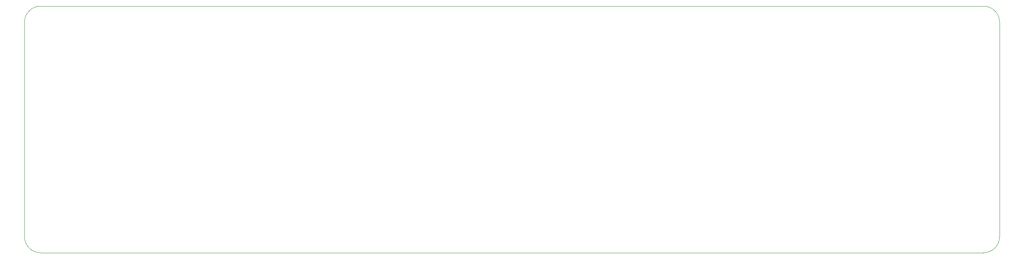
<source format=gbr>
%TF.GenerationSoftware,KiCad,Pcbnew,8.0.3*%
%TF.CreationDate,2024-07-12T14:04:41+12:00*%
%TF.ProjectId,nixie_board,6e697869-655f-4626-9f61-72642e6b6963,0.1.2*%
%TF.SameCoordinates,Original*%
%TF.FileFunction,Profile,NP*%
%FSLAX46Y46*%
G04 Gerber Fmt 4.6, Leading zero omitted, Abs format (unit mm)*
G04 Created by KiCad (PCBNEW 8.0.3) date 2024-07-12 14:04:41*
%MOMM*%
%LPD*%
G01*
G04 APERTURE LIST*
%TA.AperFunction,Profile*%
%ADD10C,0.050000*%
%TD*%
G04 APERTURE END LIST*
D10*
X46500000Y-65000000D02*
X46500000Y-112000000D01*
X256000000Y-61500000D02*
X50000000Y-61500000D01*
X50000000Y-115500000D02*
G75*
G02*
X46500000Y-112000000I0J3500000D01*
G01*
X259500000Y-112000000D02*
G75*
G02*
X256000000Y-115500000I-3500000J0D01*
G01*
X256000000Y-61500000D02*
G75*
G02*
X259500000Y-65000000I0J-3500000D01*
G01*
X256000000Y-115500000D02*
X50000000Y-115500000D01*
X259500000Y-112000000D02*
X259500000Y-65000000D01*
X46500000Y-65000000D02*
G75*
G02*
X50000000Y-61500000I3500000J0D01*
G01*
M02*

</source>
